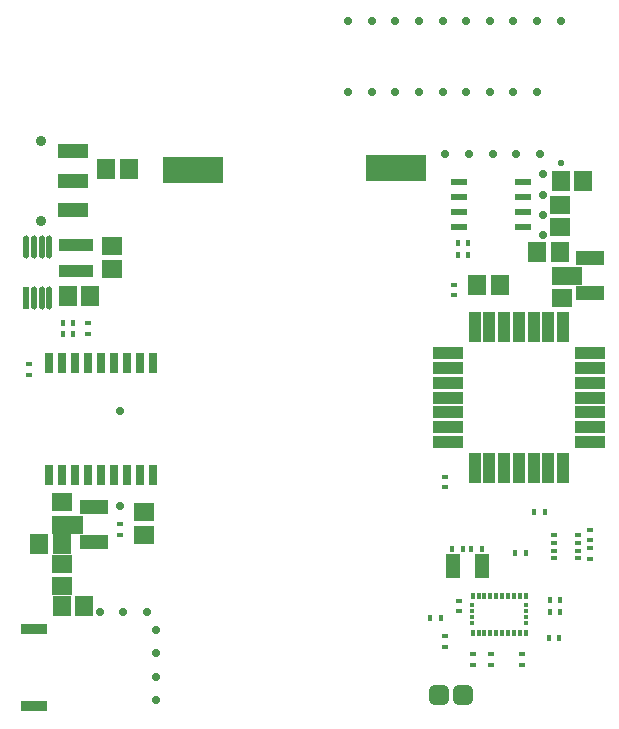
<source format=gbr>
G04*
G04 #@! TF.GenerationSoftware,Altium Limited,Altium Designer,25.8.1 (18)*
G04*
G04 Layer_Color=8388736*
%FSLAX25Y25*%
%MOIN*%
G70*
G04*
G04 #@! TF.SameCoordinates,A86E57CF-C6E6-4710-AEDF-4A901DF70E31*
G04*
G04*
G04 #@! TF.FilePolarity,Negative*
G04*
G01*
G75*
%ADD22R,0.01968X0.01378*%
%ADD26R,0.02254X0.01438*%
%ADD27R,0.01438X0.02254*%
%ADD30R,0.05750X0.02200*%
G04:AMPARAMS|DCode=31|XSize=76.94mil|YSize=20.31mil|CornerRadius=10.15mil|HoleSize=0mil|Usage=FLASHONLY|Rotation=90.000|XOffset=0mil|YOffset=0mil|HoleType=Round|Shape=RoundedRectangle|*
%AMROUNDEDRECTD31*
21,1,0.07694,0.00000,0,0,90.0*
21,1,0.05664,0.02031,0,0,90.0*
1,1,0.02031,0.00000,0.02832*
1,1,0.02031,0.00000,-0.02832*
1,1,0.02031,0.00000,-0.02832*
1,1,0.02031,0.00000,0.02832*
%
%ADD31ROUNDEDRECTD31*%
%ADD32R,0.01575X0.01900*%
%ADD33R,0.01500X0.01575*%
%ADD35R,0.09843X0.04724*%
%ADD36R,0.02031X0.07694*%
G04:AMPARAMS|DCode=37|XSize=19.68mil|YSize=19.68mil|CornerRadius=4.92mil|HoleSize=0mil|Usage=FLASHONLY|Rotation=0.000|XOffset=0mil|YOffset=0mil|HoleType=Round|Shape=RoundedRectangle|*
%AMROUNDEDRECTD37*
21,1,0.01968,0.00984,0,0,0.0*
21,1,0.00984,0.01968,0,0,0.0*
1,1,0.00984,0.00492,-0.00492*
1,1,0.00984,-0.00492,-0.00492*
1,1,0.00984,-0.00492,0.00492*
1,1,0.00984,0.00492,0.00492*
%
%ADD37ROUNDEDRECTD37*%
%ADD38R,0.08503X0.03791*%
%ADD44R,0.02756X0.07087*%
%ADD45R,0.03150X0.07087*%
%ADD46R,0.05918X0.07099*%
%ADD47R,0.07099X0.05918*%
%ADD48R,0.09855X0.04343*%
%ADD49R,0.04343X0.09855*%
%ADD50R,0.20485X0.08674*%
%ADD51R,0.09461X0.04934*%
G04:AMPARAMS|DCode=52|XSize=67.06mil|YSize=67.06mil|CornerRadius=18.76mil|HoleSize=0mil|Usage=FLASHONLY|Rotation=270.000|XOffset=0mil|YOffset=0mil|HoleType=Round|Shape=RoundedRectangle|*
%AMROUNDEDRECTD52*
21,1,0.06706,0.02953,0,0,270.0*
21,1,0.02953,0.06706,0,0,270.0*
1,1,0.03753,-0.01476,-0.01476*
1,1,0.03753,-0.01476,0.01476*
1,1,0.03753,0.01476,0.01476*
1,1,0.03753,0.01476,-0.01476*
%
%ADD52ROUNDEDRECTD52*%
%ADD53R,0.11430X0.03950*%
%ADD54R,0.04934X0.04737*%
%ADD55R,0.05100X0.08300*%
%ADD56R,0.04737X0.05918*%
%ADD57R,0.02769X0.04737*%
%ADD58R,0.20485X0.08674*%
%ADD59C,0.03543*%
%ADD60C,0.02769*%
D22*
X187106Y55807D02*
D03*
X179035Y53248D02*
D03*
Y60925D02*
D03*
Y58366D02*
D03*
X187106Y60925D02*
D03*
Y58366D02*
D03*
Y53248D02*
D03*
X179035Y55807D02*
D03*
D26*
X147244Y39189D02*
D03*
X157874Y17898D02*
D03*
X151969D02*
D03*
X142717Y23803D02*
D03*
Y76953D02*
D03*
X190945Y62811D02*
D03*
Y56724D02*
D03*
X34449Y64598D02*
D03*
X145669Y140929D02*
D03*
Y144504D02*
D03*
X190945Y53150D02*
D03*
Y59236D02*
D03*
X142717Y80528D02*
D03*
Y27378D02*
D03*
X3937Y114354D02*
D03*
X147244Y35614D02*
D03*
X168307Y17898D02*
D03*
X23622Y131709D02*
D03*
X168307Y21472D02*
D03*
X34449Y61024D02*
D03*
X151969Y21472D02*
D03*
X3937Y117929D02*
D03*
X23622Y128134D02*
D03*
X157874Y21472D02*
D03*
D27*
X180740Y26575D02*
D03*
X15126Y131890D02*
D03*
Y127953D02*
D03*
X148638Y56299D02*
D03*
X151362D02*
D03*
X150409Y158465D02*
D03*
X146835Y154528D02*
D03*
X150409D02*
D03*
X146835Y158465D02*
D03*
X154937Y56299D02*
D03*
X145063D02*
D03*
X18701Y127953D02*
D03*
Y131890D02*
D03*
X177528Y35418D02*
D03*
X181102D02*
D03*
X137583Y33465D02*
D03*
X141157D02*
D03*
X172228Y68898D02*
D03*
X169504Y55118D02*
D03*
X175803Y68898D02*
D03*
X165929Y55118D02*
D03*
X181102Y39370D02*
D03*
X177165Y26575D02*
D03*
X177528Y39370D02*
D03*
D30*
X168599Y178661D02*
D03*
Y168661D02*
D03*
Y173661D02*
D03*
Y163661D02*
D03*
X147149Y168661D02*
D03*
Y163661D02*
D03*
Y178661D02*
D03*
Y173661D02*
D03*
D31*
X8169Y157088D02*
D03*
X5610Y140156D02*
D03*
X8169D02*
D03*
X10728D02*
D03*
Y157088D02*
D03*
X5610D02*
D03*
X3051D02*
D03*
D32*
X159700Y40817D02*
D03*
Y28517D02*
D03*
X151826D02*
D03*
X153794D02*
D03*
X155763D02*
D03*
X157731D02*
D03*
X161669D02*
D03*
X163637D02*
D03*
X165605D02*
D03*
X167574D02*
D03*
X169543D02*
D03*
Y40817D02*
D03*
X167574D02*
D03*
X165605D02*
D03*
X163637D02*
D03*
X161669D02*
D03*
X157731D02*
D03*
X155763D02*
D03*
X153794D02*
D03*
X151826D02*
D03*
D33*
X151584Y37619D02*
D03*
Y35651D02*
D03*
Y33682D02*
D03*
Y31714D02*
D03*
X169784D02*
D03*
Y33682D02*
D03*
Y35651D02*
D03*
Y37619D02*
D03*
D35*
X18701Y169291D02*
D03*
Y179134D02*
D03*
Y188976D02*
D03*
D36*
X3051Y140156D02*
D03*
D37*
X181197Y185039D02*
D03*
D38*
X5705Y29774D02*
D03*
Y4084D02*
D03*
D44*
X45400Y81093D02*
D03*
X10754D02*
D03*
Y118494D02*
D03*
X45400D02*
D03*
D45*
X41069Y81093D02*
D03*
X36738D02*
D03*
X32408D02*
D03*
X28077D02*
D03*
X23746D02*
D03*
X19415D02*
D03*
X15085D02*
D03*
Y118494D02*
D03*
X19415D02*
D03*
X23746D02*
D03*
X28077D02*
D03*
X32408D02*
D03*
X36738D02*
D03*
X41069D02*
D03*
D46*
X29725Y183071D02*
D03*
X37205D02*
D03*
X22307Y37354D02*
D03*
X14827D02*
D03*
X7427Y57954D02*
D03*
X14907D02*
D03*
X173425Y155512D02*
D03*
X180905D02*
D03*
X188779Y179134D02*
D03*
X181299D02*
D03*
X160827Y144488D02*
D03*
X16929Y140748D02*
D03*
X24409D02*
D03*
X153347Y144488D02*
D03*
D47*
X181496Y147539D02*
D03*
Y140059D02*
D03*
X15085Y64558D02*
D03*
Y72038D02*
D03*
X181102Y171063D02*
D03*
Y163583D02*
D03*
X14967Y43913D02*
D03*
Y51394D02*
D03*
X42323Y68701D02*
D03*
X31496Y149803D02*
D03*
Y157283D02*
D03*
X42323Y61221D02*
D03*
D48*
X143602Y121654D02*
D03*
X190846D02*
D03*
Y116733D02*
D03*
Y111811D02*
D03*
Y101969D02*
D03*
Y92126D02*
D03*
Y106890D02*
D03*
X143602Y101969D02*
D03*
X190846Y97047D02*
D03*
X143602Y106890D02*
D03*
Y111811D02*
D03*
Y97047D02*
D03*
Y92126D02*
D03*
Y116733D02*
D03*
D49*
X177067Y130512D02*
D03*
X157381Y83268D02*
D03*
X152460Y130512D02*
D03*
X172145Y83268D02*
D03*
X181988Y130512D02*
D03*
X177067Y83268D02*
D03*
X152460D02*
D03*
X181988D02*
D03*
X167224D02*
D03*
X172145Y130512D02*
D03*
X162303Y83268D02*
D03*
X157381Y130512D02*
D03*
X162303D02*
D03*
X167224D02*
D03*
D50*
X58650Y182852D02*
D03*
D51*
X190945Y141831D02*
D03*
Y153445D02*
D03*
X25537Y58824D02*
D03*
Y70438D02*
D03*
D52*
X148622Y7874D02*
D03*
X140748D02*
D03*
D53*
X19685Y157874D02*
D03*
Y149212D02*
D03*
D54*
X19533Y64631D02*
D03*
X184941Y147638D02*
D03*
D55*
X145200Y50787D02*
D03*
X154800D02*
D03*
D56*
X19467Y64553D02*
D03*
X185800Y147559D02*
D03*
D57*
X14937Y64613D02*
D03*
D58*
X126390Y183289D02*
D03*
D59*
X7874Y165748D02*
D03*
Y192520D02*
D03*
D60*
X46260Y29528D02*
D03*
Y21654D02*
D03*
Y13780D02*
D03*
Y5906D02*
D03*
X43307Y35433D02*
D03*
X35433D02*
D03*
X27559D02*
D03*
X174213Y187992D02*
D03*
X166339D02*
D03*
X158465D02*
D03*
X150591D02*
D03*
X142717D02*
D03*
X175197Y181271D02*
D03*
Y174522D02*
D03*
Y167773D02*
D03*
Y161024D02*
D03*
X34449Y70866D02*
D03*
Y102362D02*
D03*
X110331Y208661D02*
D03*
Y232283D02*
D03*
X118205Y208661D02*
D03*
Y232283D02*
D03*
X126079Y208661D02*
D03*
Y232283D02*
D03*
X133953Y208661D02*
D03*
Y232283D02*
D03*
X141827Y208661D02*
D03*
Y232283D02*
D03*
X149701Y208661D02*
D03*
Y232283D02*
D03*
X157575Y208661D02*
D03*
Y232283D02*
D03*
X165449Y208661D02*
D03*
Y232283D02*
D03*
X173323D02*
D03*
Y208661D02*
D03*
X181197Y232283D02*
D03*
M02*

</source>
